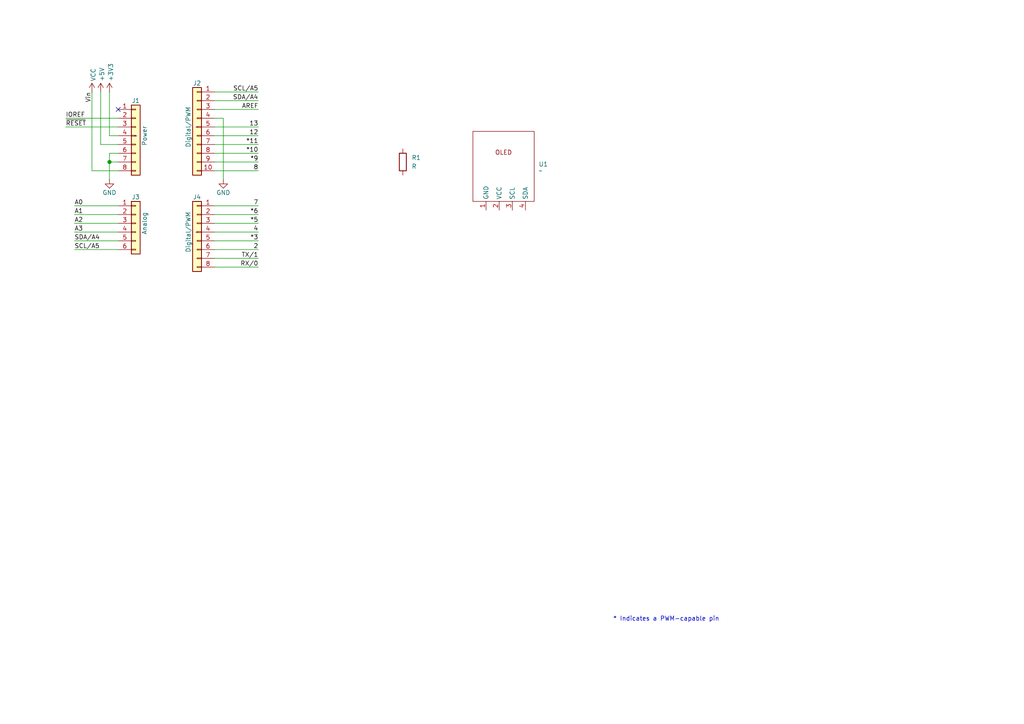
<source format=kicad_sch>
(kicad_sch
	(version 20250114)
	(generator "eeschema")
	(generator_version "9.0")
	(uuid "e63e39d7-6ac0-4ffd-8aa3-1841a4541b55")
	(paper "A4")
	(title_block
		(date "mar. 31 mars 2015")
	)
	(lib_symbols
		(symbol "Connector_Generic:Conn_01x06"
			(pin_names
				(offset 1.016)
				(hide yes)
			)
			(exclude_from_sim no)
			(in_bom yes)
			(on_board yes)
			(property "Reference" "J"
				(at 0 7.62 0)
				(effects
					(font
						(size 1.27 1.27)
					)
				)
			)
			(property "Value" "Conn_01x06"
				(at 0 -10.16 0)
				(effects
					(font
						(size 1.27 1.27)
					)
				)
			)
			(property "Footprint" ""
				(at 0 0 0)
				(effects
					(font
						(size 1.27 1.27)
					)
					(hide yes)
				)
			)
			(property "Datasheet" "~"
				(at 0 0 0)
				(effects
					(font
						(size 1.27 1.27)
					)
					(hide yes)
				)
			)
			(property "Description" "Generic connector, single row, 01x06, script generated (kicad-library-utils/schlib/autogen/connector/)"
				(at 0 0 0)
				(effects
					(font
						(size 1.27 1.27)
					)
					(hide yes)
				)
			)
			(property "ki_keywords" "connector"
				(at 0 0 0)
				(effects
					(font
						(size 1.27 1.27)
					)
					(hide yes)
				)
			)
			(property "ki_fp_filters" "Connector*:*_1x??_*"
				(at 0 0 0)
				(effects
					(font
						(size 1.27 1.27)
					)
					(hide yes)
				)
			)
			(symbol "Conn_01x06_1_1"
				(rectangle
					(start -1.27 6.35)
					(end 1.27 -8.89)
					(stroke
						(width 0.254)
						(type default)
					)
					(fill
						(type background)
					)
				)
				(rectangle
					(start -1.27 5.207)
					(end 0 4.953)
					(stroke
						(width 0.1524)
						(type default)
					)
					(fill
						(type none)
					)
				)
				(rectangle
					(start -1.27 2.667)
					(end 0 2.413)
					(stroke
						(width 0.1524)
						(type default)
					)
					(fill
						(type none)
					)
				)
				(rectangle
					(start -1.27 0.127)
					(end 0 -0.127)
					(stroke
						(width 0.1524)
						(type default)
					)
					(fill
						(type none)
					)
				)
				(rectangle
					(start -1.27 -2.413)
					(end 0 -2.667)
					(stroke
						(width 0.1524)
						(type default)
					)
					(fill
						(type none)
					)
				)
				(rectangle
					(start -1.27 -4.953)
					(end 0 -5.207)
					(stroke
						(width 0.1524)
						(type default)
					)
					(fill
						(type none)
					)
				)
				(rectangle
					(start -1.27 -7.493)
					(end 0 -7.747)
					(stroke
						(width 0.1524)
						(type default)
					)
					(fill
						(type none)
					)
				)
				(pin passive line
					(at -5.08 5.08 0)
					(length 3.81)
					(name "Pin_1"
						(effects
							(font
								(size 1.27 1.27)
							)
						)
					)
					(number "1"
						(effects
							(font
								(size 1.27 1.27)
							)
						)
					)
				)
				(pin passive line
					(at -5.08 2.54 0)
					(length 3.81)
					(name "Pin_2"
						(effects
							(font
								(size 1.27 1.27)
							)
						)
					)
					(number "2"
						(effects
							(font
								(size 1.27 1.27)
							)
						)
					)
				)
				(pin passive line
					(at -5.08 0 0)
					(length 3.81)
					(name "Pin_3"
						(effects
							(font
								(size 1.27 1.27)
							)
						)
					)
					(number "3"
						(effects
							(font
								(size 1.27 1.27)
							)
						)
					)
				)
				(pin passive line
					(at -5.08 -2.54 0)
					(length 3.81)
					(name "Pin_4"
						(effects
							(font
								(size 1.27 1.27)
							)
						)
					)
					(number "4"
						(effects
							(font
								(size 1.27 1.27)
							)
						)
					)
				)
				(pin passive line
					(at -5.08 -5.08 0)
					(length 3.81)
					(name "Pin_5"
						(effects
							(font
								(size 1.27 1.27)
							)
						)
					)
					(number "5"
						(effects
							(font
								(size 1.27 1.27)
							)
						)
					)
				)
				(pin passive line
					(at -5.08 -7.62 0)
					(length 3.81)
					(name "Pin_6"
						(effects
							(font
								(size 1.27 1.27)
							)
						)
					)
					(number "6"
						(effects
							(font
								(size 1.27 1.27)
							)
						)
					)
				)
			)
			(embedded_fonts no)
		)
		(symbol "Connector_Generic:Conn_01x08"
			(pin_names
				(offset 1.016)
				(hide yes)
			)
			(exclude_from_sim no)
			(in_bom yes)
			(on_board yes)
			(property "Reference" "J"
				(at 0 10.16 0)
				(effects
					(font
						(size 1.27 1.27)
					)
				)
			)
			(property "Value" "Conn_01x08"
				(at 0 -12.7 0)
				(effects
					(font
						(size 1.27 1.27)
					)
				)
			)
			(property "Footprint" ""
				(at 0 0 0)
				(effects
					(font
						(size 1.27 1.27)
					)
					(hide yes)
				)
			)
			(property "Datasheet" "~"
				(at 0 0 0)
				(effects
					(font
						(size 1.27 1.27)
					)
					(hide yes)
				)
			)
			(property "Description" "Generic connector, single row, 01x08, script generated (kicad-library-utils/schlib/autogen/connector/)"
				(at 0 0 0)
				(effects
					(font
						(size 1.27 1.27)
					)
					(hide yes)
				)
			)
			(property "ki_keywords" "connector"
				(at 0 0 0)
				(effects
					(font
						(size 1.27 1.27)
					)
					(hide yes)
				)
			)
			(property "ki_fp_filters" "Connector*:*_1x??_*"
				(at 0 0 0)
				(effects
					(font
						(size 1.27 1.27)
					)
					(hide yes)
				)
			)
			(symbol "Conn_01x08_1_1"
				(rectangle
					(start -1.27 8.89)
					(end 1.27 -11.43)
					(stroke
						(width 0.254)
						(type default)
					)
					(fill
						(type background)
					)
				)
				(rectangle
					(start -1.27 7.747)
					(end 0 7.493)
					(stroke
						(width 0.1524)
						(type default)
					)
					(fill
						(type none)
					)
				)
				(rectangle
					(start -1.27 5.207)
					(end 0 4.953)
					(stroke
						(width 0.1524)
						(type default)
					)
					(fill
						(type none)
					)
				)
				(rectangle
					(start -1.27 2.667)
					(end 0 2.413)
					(stroke
						(width 0.1524)
						(type default)
					)
					(fill
						(type none)
					)
				)
				(rectangle
					(start -1.27 0.127)
					(end 0 -0.127)
					(stroke
						(width 0.1524)
						(type default)
					)
					(fill
						(type none)
					)
				)
				(rectangle
					(start -1.27 -2.413)
					(end 0 -2.667)
					(stroke
						(width 0.1524)
						(type default)
					)
					(fill
						(type none)
					)
				)
				(rectangle
					(start -1.27 -4.953)
					(end 0 -5.207)
					(stroke
						(width 0.1524)
						(type default)
					)
					(fill
						(type none)
					)
				)
				(rectangle
					(start -1.27 -7.493)
					(end 0 -7.747)
					(stroke
						(width 0.1524)
						(type default)
					)
					(fill
						(type none)
					)
				)
				(rectangle
					(start -1.27 -10.033)
					(end 0 -10.287)
					(stroke
						(width 0.1524)
						(type default)
					)
					(fill
						(type none)
					)
				)
				(pin passive line
					(at -5.08 7.62 0)
					(length 3.81)
					(name "Pin_1"
						(effects
							(font
								(size 1.27 1.27)
							)
						)
					)
					(number "1"
						(effects
							(font
								(size 1.27 1.27)
							)
						)
					)
				)
				(pin passive line
					(at -5.08 5.08 0)
					(length 3.81)
					(name "Pin_2"
						(effects
							(font
								(size 1.27 1.27)
							)
						)
					)
					(number "2"
						(effects
							(font
								(size 1.27 1.27)
							)
						)
					)
				)
				(pin passive line
					(at -5.08 2.54 0)
					(length 3.81)
					(name "Pin_3"
						(effects
							(font
								(size 1.27 1.27)
							)
						)
					)
					(number "3"
						(effects
							(font
								(size 1.27 1.27)
							)
						)
					)
				)
				(pin passive line
					(at -5.08 0 0)
					(length 3.81)
					(name "Pin_4"
						(effects
							(font
								(size 1.27 1.27)
							)
						)
					)
					(number "4"
						(effects
							(font
								(size 1.27 1.27)
							)
						)
					)
				)
				(pin passive line
					(at -5.08 -2.54 0)
					(length 3.81)
					(name "Pin_5"
						(effects
							(font
								(size 1.27 1.27)
							)
						)
					)
					(number "5"
						(effects
							(font
								(size 1.27 1.27)
							)
						)
					)
				)
				(pin passive line
					(at -5.08 -5.08 0)
					(length 3.81)
					(name "Pin_6"
						(effects
							(font
								(size 1.27 1.27)
							)
						)
					)
					(number "6"
						(effects
							(font
								(size 1.27 1.27)
							)
						)
					)
				)
				(pin passive line
					(at -5.08 -7.62 0)
					(length 3.81)
					(name "Pin_7"
						(effects
							(font
								(size 1.27 1.27)
							)
						)
					)
					(number "7"
						(effects
							(font
								(size 1.27 1.27)
							)
						)
					)
				)
				(pin passive line
					(at -5.08 -10.16 0)
					(length 3.81)
					(name "Pin_8"
						(effects
							(font
								(size 1.27 1.27)
							)
						)
					)
					(number "8"
						(effects
							(font
								(size 1.27 1.27)
							)
						)
					)
				)
			)
			(embedded_fonts no)
		)
		(symbol "Connector_Generic:Conn_01x10"
			(pin_names
				(offset 1.016)
				(hide yes)
			)
			(exclude_from_sim no)
			(in_bom yes)
			(on_board yes)
			(property "Reference" "J"
				(at 0 12.7 0)
				(effects
					(font
						(size 1.27 1.27)
					)
				)
			)
			(property "Value" "Conn_01x10"
				(at 0 -15.24 0)
				(effects
					(font
						(size 1.27 1.27)
					)
				)
			)
			(property "Footprint" ""
				(at 0 0 0)
				(effects
					(font
						(size 1.27 1.27)
					)
					(hide yes)
				)
			)
			(property "Datasheet" "~"
				(at 0 0 0)
				(effects
					(font
						(size 1.27 1.27)
					)
					(hide yes)
				)
			)
			(property "Description" "Generic connector, single row, 01x10, script generated (kicad-library-utils/schlib/autogen/connector/)"
				(at 0 0 0)
				(effects
					(font
						(size 1.27 1.27)
					)
					(hide yes)
				)
			)
			(property "ki_keywords" "connector"
				(at 0 0 0)
				(effects
					(font
						(size 1.27 1.27)
					)
					(hide yes)
				)
			)
			(property "ki_fp_filters" "Connector*:*_1x??_*"
				(at 0 0 0)
				(effects
					(font
						(size 1.27 1.27)
					)
					(hide yes)
				)
			)
			(symbol "Conn_01x10_1_1"
				(rectangle
					(start -1.27 11.43)
					(end 1.27 -13.97)
					(stroke
						(width 0.254)
						(type default)
					)
					(fill
						(type background)
					)
				)
				(rectangle
					(start -1.27 10.287)
					(end 0 10.033)
					(stroke
						(width 0.1524)
						(type default)
					)
					(fill
						(type none)
					)
				)
				(rectangle
					(start -1.27 7.747)
					(end 0 7.493)
					(stroke
						(width 0.1524)
						(type default)
					)
					(fill
						(type none)
					)
				)
				(rectangle
					(start -1.27 5.207)
					(end 0 4.953)
					(stroke
						(width 0.1524)
						(type default)
					)
					(fill
						(type none)
					)
				)
				(rectangle
					(start -1.27 2.667)
					(end 0 2.413)
					(stroke
						(width 0.1524)
						(type default)
					)
					(fill
						(type none)
					)
				)
				(rectangle
					(start -1.27 0.127)
					(end 0 -0.127)
					(stroke
						(width 0.1524)
						(type default)
					)
					(fill
						(type none)
					)
				)
				(rectangle
					(start -1.27 -2.413)
					(end 0 -2.667)
					(stroke
						(width 0.1524)
						(type default)
					)
					(fill
						(type none)
					)
				)
				(rectangle
					(start -1.27 -4.953)
					(end 0 -5.207)
					(stroke
						(width 0.1524)
						(type default)
					)
					(fill
						(type none)
					)
				)
				(rectangle
					(start -1.27 -7.493)
					(end 0 -7.747)
					(stroke
						(width 0.1524)
						(type default)
					)
					(fill
						(type none)
					)
				)
				(rectangle
					(start -1.27 -10.033)
					(end 0 -10.287)
					(stroke
						(width 0.1524)
						(type default)
					)
					(fill
						(type none)
					)
				)
				(rectangle
					(start -1.27 -12.573)
					(end 0 -12.827)
					(stroke
						(width 0.1524)
						(type default)
					)
					(fill
						(type none)
					)
				)
				(pin passive line
					(at -5.08 10.16 0)
					(length 3.81)
					(name "Pin_1"
						(effects
							(font
								(size 1.27 1.27)
							)
						)
					)
					(number "1"
						(effects
							(font
								(size 1.27 1.27)
							)
						)
					)
				)
				(pin passive line
					(at -5.08 7.62 0)
					(length 3.81)
					(name "Pin_2"
						(effects
							(font
								(size 1.27 1.27)
							)
						)
					)
					(number "2"
						(effects
							(font
								(size 1.27 1.27)
							)
						)
					)
				)
				(pin passive line
					(at -5.08 5.08 0)
					(length 3.81)
					(name "Pin_3"
						(effects
							(font
								(size 1.27 1.27)
							)
						)
					)
					(number "3"
						(effects
							(font
								(size 1.27 1.27)
							)
						)
					)
				)
				(pin passive line
					(at -5.08 2.54 0)
					(length 3.81)
					(name "Pin_4"
						(effects
							(font
								(size 1.27 1.27)
							)
						)
					)
					(number "4"
						(effects
							(font
								(size 1.27 1.27)
							)
						)
					)
				)
				(pin passive line
					(at -5.08 0 0)
					(length 3.81)
					(name "Pin_5"
						(effects
							(font
								(size 1.27 1.27)
							)
						)
					)
					(number "5"
						(effects
							(font
								(size 1.27 1.27)
							)
						)
					)
				)
				(pin passive line
					(at -5.08 -2.54 0)
					(length 3.81)
					(name "Pin_6"
						(effects
							(font
								(size 1.27 1.27)
							)
						)
					)
					(number "6"
						(effects
							(font
								(size 1.27 1.27)
							)
						)
					)
				)
				(pin passive line
					(at -5.08 -5.08 0)
					(length 3.81)
					(name "Pin_7"
						(effects
							(font
								(size 1.27 1.27)
							)
						)
					)
					(number "7"
						(effects
							(font
								(size 1.27 1.27)
							)
						)
					)
				)
				(pin passive line
					(at -5.08 -7.62 0)
					(length 3.81)
					(name "Pin_8"
						(effects
							(font
								(size 1.27 1.27)
							)
						)
					)
					(number "8"
						(effects
							(font
								(size 1.27 1.27)
							)
						)
					)
				)
				(pin passive line
					(at -5.08 -10.16 0)
					(length 3.81)
					(name "Pin_9"
						(effects
							(font
								(size 1.27 1.27)
							)
						)
					)
					(number "9"
						(effects
							(font
								(size 1.27 1.27)
							)
						)
					)
				)
				(pin passive line
					(at -5.08 -12.7 0)
					(length 3.81)
					(name "Pin_10"
						(effects
							(font
								(size 1.27 1.27)
							)
						)
					)
					(number "10"
						(effects
							(font
								(size 1.27 1.27)
							)
						)
					)
				)
			)
			(embedded_fonts no)
		)
		(symbol "Device:R"
			(pin_numbers
				(hide yes)
			)
			(pin_names
				(offset 0)
			)
			(exclude_from_sim no)
			(in_bom yes)
			(on_board yes)
			(property "Reference" "R"
				(at 2.032 0 90)
				(effects
					(font
						(size 1.27 1.27)
					)
				)
			)
			(property "Value" "R"
				(at 0 0 90)
				(effects
					(font
						(size 1.27 1.27)
					)
				)
			)
			(property "Footprint" ""
				(at -1.778 0 90)
				(effects
					(font
						(size 1.27 1.27)
					)
					(hide yes)
				)
			)
			(property "Datasheet" "~"
				(at 0 0 0)
				(effects
					(font
						(size 1.27 1.27)
					)
					(hide yes)
				)
			)
			(property "Description" "Resistor"
				(at 0 0 0)
				(effects
					(font
						(size 1.27 1.27)
					)
					(hide yes)
				)
			)
			(property "ki_keywords" "R res resistor"
				(at 0 0 0)
				(effects
					(font
						(size 1.27 1.27)
					)
					(hide yes)
				)
			)
			(property "ki_fp_filters" "R_*"
				(at 0 0 0)
				(effects
					(font
						(size 1.27 1.27)
					)
					(hide yes)
				)
			)
			(symbol "R_0_1"
				(rectangle
					(start -1.016 -2.54)
					(end 1.016 2.54)
					(stroke
						(width 0.254)
						(type default)
					)
					(fill
						(type none)
					)
				)
			)
			(symbol "R_1_1"
				(pin passive line
					(at 0 3.81 270)
					(length 1.27)
					(name "~"
						(effects
							(font
								(size 1.27 1.27)
							)
						)
					)
					(number "1"
						(effects
							(font
								(size 1.27 1.27)
							)
						)
					)
				)
				(pin passive line
					(at 0 -3.81 90)
					(length 1.27)
					(name "~"
						(effects
							(font
								(size 1.27 1.27)
							)
						)
					)
					(number "2"
						(effects
							(font
								(size 1.27 1.27)
							)
						)
					)
				)
			)
			(embedded_fonts no)
		)
		(symbol "MaLibGraphite:OLED_"
			(exclude_from_sim no)
			(in_bom yes)
			(on_board yes)
			(property "Reference" "U"
				(at 0 0 0)
				(effects
					(font
						(size 1.27 1.27)
					)
				)
			)
			(property "Value" ""
				(at 0 0 0)
				(effects
					(font
						(size 1.27 1.27)
					)
				)
			)
			(property "Footprint" ""
				(at 0 0 0)
				(effects
					(font
						(size 1.27 1.27)
					)
					(hide yes)
				)
			)
			(property "Datasheet" ""
				(at 0 0 0)
				(effects
					(font
						(size 1.27 1.27)
					)
					(hide yes)
				)
			)
			(property "Description" ""
				(at 0 0 0)
				(effects
					(font
						(size 1.27 1.27)
					)
					(hide yes)
				)
			)
			(symbol "OLED__0_1"
				(rectangle
					(start -8.89 13.97)
					(end 8.89 -6.35)
					(stroke
						(width 0)
						(type default)
					)
					(fill
						(type none)
					)
				)
			)
			(symbol "OLED__1_1"
				(text "OLED"
					(at 0 7.874 0)
					(effects
						(font
							(size 1.27 1.27)
						)
					)
				)
				(pin input line
					(at -5.08 -8.89 90)
					(length 2.54)
					(name "GND"
						(effects
							(font
								(size 1.27 1.27)
							)
						)
					)
					(number "1"
						(effects
							(font
								(size 1.27 1.27)
							)
						)
					)
				)
				(pin input line
					(at -1.27 -8.89 90)
					(length 2.54)
					(name "VCC"
						(effects
							(font
								(size 1.27 1.27)
							)
						)
					)
					(number "2"
						(effects
							(font
								(size 1.27 1.27)
							)
						)
					)
				)
				(pin input line
					(at 2.54 -8.89 90)
					(length 2.54)
					(name "SCL"
						(effects
							(font
								(size 1.27 1.27)
							)
						)
					)
					(number "3"
						(effects
							(font
								(size 1.27 1.27)
							)
						)
					)
				)
				(pin input line
					(at 6.35 -8.89 90)
					(length 2.54)
					(name "SDA"
						(effects
							(font
								(size 1.27 1.27)
							)
						)
					)
					(number "4"
						(effects
							(font
								(size 1.27 1.27)
							)
						)
					)
				)
			)
			(embedded_fonts no)
		)
		(symbol "power:+3V3"
			(power)
			(pin_numbers
				(hide yes)
			)
			(pin_names
				(offset 0)
				(hide yes)
			)
			(exclude_from_sim no)
			(in_bom yes)
			(on_board yes)
			(property "Reference" "#PWR"
				(at 0 -3.81 0)
				(effects
					(font
						(size 1.27 1.27)
					)
					(hide yes)
				)
			)
			(property "Value" "+3V3"
				(at 0 3.556 0)
				(effects
					(font
						(size 1.27 1.27)
					)
				)
			)
			(property "Footprint" ""
				(at 0 0 0)
				(effects
					(font
						(size 1.27 1.27)
					)
					(hide yes)
				)
			)
			(property "Datasheet" ""
				(at 0 0 0)
				(effects
					(font
						(size 1.27 1.27)
					)
					(hide yes)
				)
			)
			(property "Description" "Power symbol creates a global label with name \"+3V3\""
				(at 0 0 0)
				(effects
					(font
						(size 1.27 1.27)
					)
					(hide yes)
				)
			)
			(property "ki_keywords" "global power"
				(at 0 0 0)
				(effects
					(font
						(size 1.27 1.27)
					)
					(hide yes)
				)
			)
			(symbol "+3V3_0_1"
				(polyline
					(pts
						(xy -0.762 1.27) (xy 0 2.54)
					)
					(stroke
						(width 0)
						(type default)
					)
					(fill
						(type none)
					)
				)
				(polyline
					(pts
						(xy 0 2.54) (xy 0.762 1.27)
					)
					(stroke
						(width 0)
						(type default)
					)
					(fill
						(type none)
					)
				)
				(polyline
					(pts
						(xy 0 0) (xy 0 2.54)
					)
					(stroke
						(width 0)
						(type default)
					)
					(fill
						(type none)
					)
				)
			)
			(symbol "+3V3_1_1"
				(pin power_in line
					(at 0 0 90)
					(length 0)
					(name "~"
						(effects
							(font
								(size 1.27 1.27)
							)
						)
					)
					(number "1"
						(effects
							(font
								(size 1.27 1.27)
							)
						)
					)
				)
			)
			(embedded_fonts no)
		)
		(symbol "power:+5V"
			(power)
			(pin_numbers
				(hide yes)
			)
			(pin_names
				(offset 0)
				(hide yes)
			)
			(exclude_from_sim no)
			(in_bom yes)
			(on_board yes)
			(property "Reference" "#PWR"
				(at 0 -3.81 0)
				(effects
					(font
						(size 1.27 1.27)
					)
					(hide yes)
				)
			)
			(property "Value" "+5V"
				(at 0 3.556 0)
				(effects
					(font
						(size 1.27 1.27)
					)
				)
			)
			(property "Footprint" ""
				(at 0 0 0)
				(effects
					(font
						(size 1.27 1.27)
					)
					(hide yes)
				)
			)
			(property "Datasheet" ""
				(at 0 0 0)
				(effects
					(font
						(size 1.27 1.27)
					)
					(hide yes)
				)
			)
			(property "Description" "Power symbol creates a global label with name \"+5V\""
				(at 0 0 0)
				(effects
					(font
						(size 1.27 1.27)
					)
					(hide yes)
				)
			)
			(property "ki_keywords" "global power"
				(at 0 0 0)
				(effects
					(font
						(size 1.27 1.27)
					)
					(hide yes)
				)
			)
			(symbol "+5V_0_1"
				(polyline
					(pts
						(xy -0.762 1.27) (xy 0 2.54)
					)
					(stroke
						(width 0)
						(type default)
					)
					(fill
						(type none)
					)
				)
				(polyline
					(pts
						(xy 0 2.54) (xy 0.762 1.27)
					)
					(stroke
						(width 0)
						(type default)
					)
					(fill
						(type none)
					)
				)
				(polyline
					(pts
						(xy 0 0) (xy 0 2.54)
					)
					(stroke
						(width 0)
						(type default)
					)
					(fill
						(type none)
					)
				)
			)
			(symbol "+5V_1_1"
				(pin power_in line
					(at 0 0 90)
					(length 0)
					(name "~"
						(effects
							(font
								(size 1.27 1.27)
							)
						)
					)
					(number "1"
						(effects
							(font
								(size 1.27 1.27)
							)
						)
					)
				)
			)
			(embedded_fonts no)
		)
		(symbol "power:GND"
			(power)
			(pin_numbers
				(hide yes)
			)
			(pin_names
				(offset 0)
				(hide yes)
			)
			(exclude_from_sim no)
			(in_bom yes)
			(on_board yes)
			(property "Reference" "#PWR"
				(at 0 -6.35 0)
				(effects
					(font
						(size 1.27 1.27)
					)
					(hide yes)
				)
			)
			(property "Value" "GND"
				(at 0 -3.81 0)
				(effects
					(font
						(size 1.27 1.27)
					)
				)
			)
			(property "Footprint" ""
				(at 0 0 0)
				(effects
					(font
						(size 1.27 1.27)
					)
					(hide yes)
				)
			)
			(property "Datasheet" ""
				(at 0 0 0)
				(effects
					(font
						(size 1.27 1.27)
					)
					(hide yes)
				)
			)
			(property "Description" "Power symbol creates a global label with name \"GND\" , ground"
				(at 0 0 0)
				(effects
					(font
						(size 1.27 1.27)
					)
					(hide yes)
				)
			)
			(property "ki_keywords" "global power"
				(at 0 0 0)
				(effects
					(font
						(size 1.27 1.27)
					)
					(hide yes)
				)
			)
			(symbol "GND_0_1"
				(polyline
					(pts
						(xy 0 0) (xy 0 -1.27) (xy 1.27 -1.27) (xy 0 -2.54) (xy -1.27 -1.27) (xy 0 -1.27)
					)
					(stroke
						(width 0)
						(type default)
					)
					(fill
						(type none)
					)
				)
			)
			(symbol "GND_1_1"
				(pin power_in line
					(at 0 0 270)
					(length 0)
					(name "~"
						(effects
							(font
								(size 1.27 1.27)
							)
						)
					)
					(number "1"
						(effects
							(font
								(size 1.27 1.27)
							)
						)
					)
				)
			)
			(embedded_fonts no)
		)
		(symbol "power:VCC"
			(power)
			(pin_numbers
				(hide yes)
			)
			(pin_names
				(offset 0)
				(hide yes)
			)
			(exclude_from_sim no)
			(in_bom yes)
			(on_board yes)
			(property "Reference" "#PWR"
				(at 0 -3.81 0)
				(effects
					(font
						(size 1.27 1.27)
					)
					(hide yes)
				)
			)
			(property "Value" "VCC"
				(at 0 3.556 0)
				(effects
					(font
						(size 1.27 1.27)
					)
				)
			)
			(property "Footprint" ""
				(at 0 0 0)
				(effects
					(font
						(size 1.27 1.27)
					)
					(hide yes)
				)
			)
			(property "Datasheet" ""
				(at 0 0 0)
				(effects
					(font
						(size 1.27 1.27)
					)
					(hide yes)
				)
			)
			(property "Description" "Power symbol creates a global label with name \"VCC\""
				(at 0 0 0)
				(effects
					(font
						(size 1.27 1.27)
					)
					(hide yes)
				)
			)
			(property "ki_keywords" "global power"
				(at 0 0 0)
				(effects
					(font
						(size 1.27 1.27)
					)
					(hide yes)
				)
			)
			(symbol "VCC_0_1"
				(polyline
					(pts
						(xy -0.762 1.27) (xy 0 2.54)
					)
					(stroke
						(width 0)
						(type default)
					)
					(fill
						(type none)
					)
				)
				(polyline
					(pts
						(xy 0 2.54) (xy 0.762 1.27)
					)
					(stroke
						(width 0)
						(type default)
					)
					(fill
						(type none)
					)
				)
				(polyline
					(pts
						(xy 0 0) (xy 0 2.54)
					)
					(stroke
						(width 0)
						(type default)
					)
					(fill
						(type none)
					)
				)
			)
			(symbol "VCC_1_1"
				(pin power_in line
					(at 0 0 90)
					(length 0)
					(name "~"
						(effects
							(font
								(size 1.27 1.27)
							)
						)
					)
					(number "1"
						(effects
							(font
								(size 1.27 1.27)
							)
						)
					)
				)
			)
			(embedded_fonts no)
		)
	)
	(text "* Indicates a PWM-capable pin"
		(exclude_from_sim no)
		(at 177.8 180.34 0)
		(effects
			(font
				(size 1.27 1.27)
			)
			(justify left bottom)
		)
		(uuid "c364973a-9a67-4667-8185-a3a5c6c6cbdf")
	)
	(junction
		(at 31.75 46.99)
		(diameter 1.016)
		(color 0 0 0 0)
		(uuid "3dcc657b-55a1-48e0-9667-e01e7b6b08b5")
	)
	(no_connect
		(at 34.29 31.75)
		(uuid "d181157c-7812-47e5-a0cf-9580c905fc86")
	)
	(wire
		(pts
			(xy 62.23 77.47) (xy 74.93 77.47)
		)
		(stroke
			(width 0)
			(type solid)
		)
		(uuid "010ba307-2067-49d3-b0fa-6414143f3fc2")
	)
	(wire
		(pts
			(xy 62.23 44.45) (xy 74.93 44.45)
		)
		(stroke
			(width 0)
			(type solid)
		)
		(uuid "09480ba4-37da-45e3-b9fe-6beebf876349")
	)
	(wire
		(pts
			(xy 62.23 26.67) (xy 74.93 26.67)
		)
		(stroke
			(width 0)
			(type solid)
		)
		(uuid "0f5d2189-4ead-42fa-8f7a-cfa3af4de132")
	)
	(wire
		(pts
			(xy 31.75 44.45) (xy 31.75 46.99)
		)
		(stroke
			(width 0)
			(type solid)
		)
		(uuid "1c31b835-925f-4a5c-92df-8f2558bb711b")
	)
	(wire
		(pts
			(xy 21.59 72.39) (xy 34.29 72.39)
		)
		(stroke
			(width 0)
			(type solid)
		)
		(uuid "20854542-d0b0-4be7-af02-0e5fceb34e01")
	)
	(wire
		(pts
			(xy 31.75 46.99) (xy 31.75 52.07)
		)
		(stroke
			(width 0)
			(type solid)
		)
		(uuid "2df788b2-ce68-49bc-a497-4b6570a17f30")
	)
	(wire
		(pts
			(xy 31.75 39.37) (xy 34.29 39.37)
		)
		(stroke
			(width 0)
			(type solid)
		)
		(uuid "3334b11d-5a13-40b4-a117-d693c543e4ab")
	)
	(wire
		(pts
			(xy 29.21 41.91) (xy 34.29 41.91)
		)
		(stroke
			(width 0)
			(type solid)
		)
		(uuid "3661f80c-fef8-4441-83be-df8930b3b45e")
	)
	(wire
		(pts
			(xy 29.21 26.67) (xy 29.21 41.91)
		)
		(stroke
			(width 0)
			(type solid)
		)
		(uuid "392bf1f6-bf67-427d-8d4c-0a87cb757556")
	)
	(wire
		(pts
			(xy 62.23 36.83) (xy 74.93 36.83)
		)
		(stroke
			(width 0)
			(type solid)
		)
		(uuid "4227fa6f-c399-4f14-8228-23e39d2b7e7d")
	)
	(wire
		(pts
			(xy 31.75 26.67) (xy 31.75 39.37)
		)
		(stroke
			(width 0)
			(type solid)
		)
		(uuid "442fb4de-4d55-45de-bc27-3e6222ceb890")
	)
	(wire
		(pts
			(xy 62.23 59.69) (xy 74.93 59.69)
		)
		(stroke
			(width 0)
			(type solid)
		)
		(uuid "4455ee2e-5642-42c1-a83b-f7e65fa0c2f1")
	)
	(wire
		(pts
			(xy 34.29 59.69) (xy 21.59 59.69)
		)
		(stroke
			(width 0)
			(type solid)
		)
		(uuid "486ca832-85f4-4989-b0f4-569faf9be534")
	)
	(wire
		(pts
			(xy 62.23 39.37) (xy 74.93 39.37)
		)
		(stroke
			(width 0)
			(type solid)
		)
		(uuid "4a910b57-a5cd-4105-ab4f-bde2a80d4f00")
	)
	(wire
		(pts
			(xy 62.23 62.23) (xy 74.93 62.23)
		)
		(stroke
			(width 0)
			(type solid)
		)
		(uuid "4e60e1af-19bd-45a0-b418-b7030b594dde")
	)
	(wire
		(pts
			(xy 62.23 46.99) (xy 74.93 46.99)
		)
		(stroke
			(width 0)
			(type solid)
		)
		(uuid "63f2b71b-521b-4210-bf06-ed65e330fccc")
	)
	(wire
		(pts
			(xy 62.23 67.31) (xy 74.93 67.31)
		)
		(stroke
			(width 0)
			(type solid)
		)
		(uuid "6bb3ea5f-9e60-4add-9d97-244be2cf61d2")
	)
	(wire
		(pts
			(xy 19.05 34.29) (xy 34.29 34.29)
		)
		(stroke
			(width 0)
			(type solid)
		)
		(uuid "73d4774c-1387-4550-b580-a1cc0ac89b89")
	)
	(wire
		(pts
			(xy 64.77 34.29) (xy 64.77 52.07)
		)
		(stroke
			(width 0)
			(type solid)
		)
		(uuid "84ce350c-b0c1-4e69-9ab2-f7ec7b8bb312")
	)
	(wire
		(pts
			(xy 62.23 31.75) (xy 74.93 31.75)
		)
		(stroke
			(width 0)
			(type solid)
		)
		(uuid "8a3d35a2-f0f6-4dec-a606-7c8e288ca828")
	)
	(wire
		(pts
			(xy 34.29 64.77) (xy 21.59 64.77)
		)
		(stroke
			(width 0)
			(type solid)
		)
		(uuid "9377eb1a-3b12-438c-8ebd-f86ace1e8d25")
	)
	(wire
		(pts
			(xy 19.05 36.83) (xy 34.29 36.83)
		)
		(stroke
			(width 0)
			(type solid)
		)
		(uuid "93e52853-9d1e-4afe-aee8-b825ab9f5d09")
	)
	(wire
		(pts
			(xy 34.29 46.99) (xy 31.75 46.99)
		)
		(stroke
			(width 0)
			(type solid)
		)
		(uuid "97df9ac9-dbb8-472e-b84f-3684d0eb5efc")
	)
	(wire
		(pts
			(xy 34.29 49.53) (xy 26.67 49.53)
		)
		(stroke
			(width 0)
			(type solid)
		)
		(uuid "a7518f9d-05df-4211-ba17-5d615f04ec46")
	)
	(wire
		(pts
			(xy 21.59 62.23) (xy 34.29 62.23)
		)
		(stroke
			(width 0)
			(type solid)
		)
		(uuid "aab97e46-23d6-4cbf-8684-537b94306d68")
	)
	(wire
		(pts
			(xy 62.23 34.29) (xy 64.77 34.29)
		)
		(stroke
			(width 0)
			(type solid)
		)
		(uuid "bcbc7302-8a54-4b9b-98b9-f277f1b20941")
	)
	(wire
		(pts
			(xy 34.29 44.45) (xy 31.75 44.45)
		)
		(stroke
			(width 0)
			(type solid)
		)
		(uuid "c12796ad-cf20-466f-9ab3-9cf441392c32")
	)
	(wire
		(pts
			(xy 62.23 41.91) (xy 74.93 41.91)
		)
		(stroke
			(width 0)
			(type solid)
		)
		(uuid "c722a1ff-12f1-49e5-88a4-44ffeb509ca2")
	)
	(wire
		(pts
			(xy 62.23 64.77) (xy 74.93 64.77)
		)
		(stroke
			(width 0)
			(type solid)
		)
		(uuid "cfe99980-2d98-4372-b495-04c53027340b")
	)
	(wire
		(pts
			(xy 21.59 67.31) (xy 34.29 67.31)
		)
		(stroke
			(width 0)
			(type solid)
		)
		(uuid "d3042136-2605-44b2-aebb-5484a9c90933")
	)
	(wire
		(pts
			(xy 62.23 29.21) (xy 74.93 29.21)
		)
		(stroke
			(width 0)
			(type solid)
		)
		(uuid "e7278977-132b-4777-9eb4-7d93363a4379")
	)
	(wire
		(pts
			(xy 62.23 72.39) (xy 74.93 72.39)
		)
		(stroke
			(width 0)
			(type solid)
		)
		(uuid "e9bdd59b-3252-4c44-a357-6fa1af0c210c")
	)
	(wire
		(pts
			(xy 62.23 69.85) (xy 74.93 69.85)
		)
		(stroke
			(width 0)
			(type solid)
		)
		(uuid "ec76dcc9-9949-4dda-bd76-046204829cb4")
	)
	(wire
		(pts
			(xy 62.23 74.93) (xy 74.93 74.93)
		)
		(stroke
			(width 0)
			(type solid)
		)
		(uuid "f853d1d4-c722-44df-98bf-4a6114204628")
	)
	(wire
		(pts
			(xy 26.67 49.53) (xy 26.67 26.67)
		)
		(stroke
			(width 0)
			(type solid)
		)
		(uuid "f8de70cd-e47d-4e80-8f3a-077e9df93aa8")
	)
	(wire
		(pts
			(xy 34.29 69.85) (xy 21.59 69.85)
		)
		(stroke
			(width 0)
			(type solid)
		)
		(uuid "fc39c32d-65b8-4d16-9db5-de89c54a1206")
	)
	(wire
		(pts
			(xy 62.23 49.53) (xy 74.93 49.53)
		)
		(stroke
			(width 0)
			(type solid)
		)
		(uuid "fe837306-92d0-4847-ad21-76c47ae932d1")
	)
	(label "RX{slash}0"
		(at 74.93 77.47 180)
		(effects
			(font
				(size 1.27 1.27)
			)
			(justify right bottom)
		)
		(uuid "01ea9310-cf66-436b-9b89-1a2f4237b59e")
	)
	(label "A2"
		(at 21.59 64.77 0)
		(effects
			(font
				(size 1.27 1.27)
			)
			(justify left bottom)
		)
		(uuid "09251fd4-af37-4d86-8951-1faaac710ffa")
	)
	(label "4"
		(at 74.93 67.31 180)
		(effects
			(font
				(size 1.27 1.27)
			)
			(justify right bottom)
		)
		(uuid "0d8cfe6d-11bf-42b9-9752-f9a5a76bce7e")
	)
	(label "2"
		(at 74.93 72.39 180)
		(effects
			(font
				(size 1.27 1.27)
			)
			(justify right bottom)
		)
		(uuid "23f0c933-49f0-4410-a8db-8b017f48dadc")
	)
	(label "A3"
		(at 21.59 67.31 0)
		(effects
			(font
				(size 1.27 1.27)
			)
			(justify left bottom)
		)
		(uuid "2c60ab74-0590-423b-8921-6f3212a358d2")
	)
	(label "13"
		(at 74.93 36.83 180)
		(effects
			(font
				(size 1.27 1.27)
			)
			(justify right bottom)
		)
		(uuid "35bc5b35-b7b2-44d5-bbed-557f428649b2")
	)
	(label "12"
		(at 74.93 39.37 180)
		(effects
			(font
				(size 1.27 1.27)
			)
			(justify right bottom)
		)
		(uuid "3ffaa3b1-1d78-4c7b-bdf9-f1a8019c92fd")
	)
	(label "~{RESET}"
		(at 19.05 36.83 0)
		(effects
			(font
				(size 1.27 1.27)
			)
			(justify left bottom)
		)
		(uuid "49585dba-cfa7-4813-841e-9d900d43ecf4")
	)
	(label "*10"
		(at 74.93 44.45 180)
		(effects
			(font
				(size 1.27 1.27)
			)
			(justify right bottom)
		)
		(uuid "54be04e4-fffa-4f7f-8a5f-d0de81314e8f")
	)
	(label "7"
		(at 74.93 59.69 180)
		(effects
			(font
				(size 1.27 1.27)
			)
			(justify right bottom)
		)
		(uuid "873d2c88-519e-482f-a3ed-2484e5f9417e")
	)
	(label "SDA{slash}A4"
		(at 74.93 29.21 180)
		(effects
			(font
				(size 1.27 1.27)
			)
			(justify right bottom)
		)
		(uuid "8885a9dc-224d-44c5-8601-05c1d9983e09")
	)
	(label "8"
		(at 74.93 49.53 180)
		(effects
			(font
				(size 1.27 1.27)
			)
			(justify right bottom)
		)
		(uuid "89b0e564-e7aa-4224-80c9-3f0614fede8f")
	)
	(label "*11"
		(at 74.93 41.91 180)
		(effects
			(font
				(size 1.27 1.27)
			)
			(justify right bottom)
		)
		(uuid "9ad5a781-2469-4c8f-8abf-a1c3586f7cb7")
	)
	(label "*3"
		(at 74.93 69.85 180)
		(effects
			(font
				(size 1.27 1.27)
			)
			(justify right bottom)
		)
		(uuid "9cccf5f9-68a4-4e61-b418-6185dd6a5f9a")
	)
	(label "A1"
		(at 21.59 62.23 0)
		(effects
			(font
				(size 1.27 1.27)
			)
			(justify left bottom)
		)
		(uuid "acc9991b-1bdd-4544-9a08-4037937485cb")
	)
	(label "TX{slash}1"
		(at 74.93 74.93 180)
		(effects
			(font
				(size 1.27 1.27)
			)
			(justify right bottom)
		)
		(uuid "ae2c9582-b445-44bd-b371-7fc74f6cf852")
	)
	(label "A0"
		(at 21.59 59.69 0)
		(effects
			(font
				(size 1.27 1.27)
			)
			(justify left bottom)
		)
		(uuid "ba02dc27-26a3-4648-b0aa-06b6dcaf001f")
	)
	(label "AREF"
		(at 74.93 31.75 180)
		(effects
			(font
				(size 1.27 1.27)
			)
			(justify right bottom)
		)
		(uuid "bbf52cf8-6d97-4499-a9ee-3657cebcdabf")
	)
	(label "Vin"
		(at 26.67 26.67 270)
		(effects
			(font
				(size 1.27 1.27)
			)
			(justify right bottom)
		)
		(uuid "c348793d-eec0-4f33-9b91-2cae8b4224a4")
	)
	(label "*6"
		(at 74.93 62.23 180)
		(effects
			(font
				(size 1.27 1.27)
			)
			(justify right bottom)
		)
		(uuid "c775d4e8-c37b-4e73-90c1-1c8d36333aac")
	)
	(label "SCL{slash}A5"
		(at 74.93 26.67 180)
		(effects
			(font
				(size 1.27 1.27)
			)
			(justify right bottom)
		)
		(uuid "cba886fc-172a-42fe-8e4c-daace6eaef8e")
	)
	(label "*9"
		(at 74.93 46.99 180)
		(effects
			(font
				(size 1.27 1.27)
			)
			(justify right bottom)
		)
		(uuid "ccb58899-a82d-403c-b30b-ee351d622e9c")
	)
	(label "*5"
		(at 74.93 64.77 180)
		(effects
			(font
				(size 1.27 1.27)
			)
			(justify right bottom)
		)
		(uuid "d9a65242-9c26-45cd-9a55-3e69f0d77784")
	)
	(label "IOREF"
		(at 19.05 34.29 0)
		(effects
			(font
				(size 1.27 1.27)
			)
			(justify left bottom)
		)
		(uuid "de819ae4-b245-474b-a426-865ba877b8a2")
	)
	(label "SDA{slash}A4"
		(at 21.59 69.85 0)
		(effects
			(font
				(size 1.27 1.27)
			)
			(justify left bottom)
		)
		(uuid "e7ce99b8-ca22-4c56-9e55-39d32c709f3c")
	)
	(label "SCL{slash}A5"
		(at 21.59 72.39 0)
		(effects
			(font
				(size 1.27 1.27)
			)
			(justify left bottom)
		)
		(uuid "ea5aa60b-a25e-41a1-9e06-c7b6f957567f")
	)
	(symbol
		(lib_id "Connector_Generic:Conn_01x08")
		(at 39.37 39.37 0)
		(unit 1)
		(exclude_from_sim no)
		(in_bom yes)
		(on_board yes)
		(dnp no)
		(uuid "00000000-0000-0000-0000-000056d71773")
		(property "Reference" "J1"
			(at 39.37 29.21 0)
			(effects
				(font
					(size 1.27 1.27)
				)
			)
		)
		(property "Value" "Power"
			(at 41.91 39.37 90)
			(effects
				(font
					(size 1.27 1.27)
				)
			)
		)
		(property "Footprint" "Connector_PinSocket_2.54mm:PinSocket_1x08_P2.54mm_Vertical"
			(at 39.37 39.37 0)
			(effects
				(font
					(size 1.27 1.27)
				)
				(hide yes)
			)
		)
		(property "Datasheet" "~"
			(at 39.37 39.37 0)
			(effects
				(font
					(size 1.27 1.27)
				)
			)
		)
		(property "Description" "Generic connector, single row, 01x08, script generated (kicad-library-utils/schlib/autogen/connector/)"
			(at 39.37 39.37 0)
			(effects
				(font
					(size 1.27 1.27)
				)
				(hide yes)
			)
		)
		(pin "1"
			(uuid "d4c02b7e-3be7-4193-a989-fb40130f3319")
		)
		(pin "2"
			(uuid "1d9f20f8-8d42-4e3d-aece-4c12cc80d0d3")
		)
		(pin "3"
			(uuid "4801b550-c773-45a3-9bc6-15a3e9341f08")
		)
		(pin "4"
			(uuid "fbe5a73e-5be6-45ba-85f2-2891508cd936")
		)
		(pin "5"
			(uuid "8f0d2977-6611-4bfc-9a74-1791861e9159")
		)
		(pin "6"
			(uuid "270f30a7-c159-467b-ab5f-aee66a24a8c7")
		)
		(pin "7"
			(uuid "760eb2a5-8bbd-4298-88f0-2b1528e020ff")
		)
		(pin "8"
			(uuid "6a44a55c-6ae0-4d79-b4a1-52d3e48a7065")
		)
		(instances
			(project "Arduino_Uno"
				(path "/e63e39d7-6ac0-4ffd-8aa3-1841a4541b55"
					(reference "J1")
					(unit 1)
				)
			)
		)
	)
	(symbol
		(lib_id "power:+3V3")
		(at 31.75 26.67 0)
		(unit 1)
		(exclude_from_sim no)
		(in_bom yes)
		(on_board yes)
		(dnp no)
		(uuid "00000000-0000-0000-0000-000056d71aa9")
		(property "Reference" "#PWR03"
			(at 31.75 30.48 0)
			(effects
				(font
					(size 1.27 1.27)
				)
				(hide yes)
			)
		)
		(property "Value" "+3V3"
			(at 32.131 23.622 90)
			(effects
				(font
					(size 1.27 1.27)
				)
				(justify left)
			)
		)
		(property "Footprint" ""
			(at 31.75 26.67 0)
			(effects
				(font
					(size 1.27 1.27)
				)
			)
		)
		(property "Datasheet" ""
			(at 31.75 26.67 0)
			(effects
				(font
					(size 1.27 1.27)
				)
			)
		)
		(property "Description" "Power symbol creates a global label with name \"+3V3\""
			(at 31.75 26.67 0)
			(effects
				(font
					(size 1.27 1.27)
				)
				(hide yes)
			)
		)
		(pin "1"
			(uuid "25f7f7e2-1fc6-41d8-a14b-2d2742e98c50")
		)
		(instances
			(project "Arduino_Uno"
				(path "/e63e39d7-6ac0-4ffd-8aa3-1841a4541b55"
					(reference "#PWR03")
					(unit 1)
				)
			)
		)
	)
	(symbol
		(lib_id "power:+5V")
		(at 29.21 26.67 0)
		(unit 1)
		(exclude_from_sim no)
		(in_bom yes)
		(on_board yes)
		(dnp no)
		(uuid "00000000-0000-0000-0000-000056d71d10")
		(property "Reference" "#PWR02"
			(at 29.21 30.48 0)
			(effects
				(font
					(size 1.27 1.27)
				)
				(hide yes)
			)
		)
		(property "Value" "+5V"
			(at 29.5656 23.622 90)
			(effects
				(font
					(size 1.27 1.27)
				)
				(justify left)
			)
		)
		(property "Footprint" ""
			(at 29.21 26.67 0)
			(effects
				(font
					(size 1.27 1.27)
				)
			)
		)
		(property "Datasheet" ""
			(at 29.21 26.67 0)
			(effects
				(font
					(size 1.27 1.27)
				)
			)
		)
		(property "Description" "Power symbol creates a global label with name \"+5V\""
			(at 29.21 26.67 0)
			(effects
				(font
					(size 1.27 1.27)
				)
				(hide yes)
			)
		)
		(pin "1"
			(uuid "fdd33dcf-399e-4ac6-99f5-9ccff615cf55")
		)
		(instances
			(project "Arduino_Uno"
				(path "/e63e39d7-6ac0-4ffd-8aa3-1841a4541b55"
					(reference "#PWR02")
					(unit 1)
				)
			)
		)
	)
	(symbol
		(lib_id "power:GND")
		(at 31.75 52.07 0)
		(unit 1)
		(exclude_from_sim no)
		(in_bom yes)
		(on_board yes)
		(dnp no)
		(uuid "00000000-0000-0000-0000-000056d721e6")
		(property "Reference" "#PWR04"
			(at 31.75 58.42 0)
			(effects
				(font
					(size 1.27 1.27)
				)
				(hide yes)
			)
		)
		(property "Value" "GND"
			(at 31.75 55.88 0)
			(effects
				(font
					(size 1.27 1.27)
				)
			)
		)
		(property "Footprint" ""
			(at 31.75 52.07 0)
			(effects
				(font
					(size 1.27 1.27)
				)
			)
		)
		(property "Datasheet" ""
			(at 31.75 52.07 0)
			(effects
				(font
					(size 1.27 1.27)
				)
			)
		)
		(property "Description" "Power symbol creates a global label with name \"GND\" , ground"
			(at 31.75 52.07 0)
			(effects
				(font
					(size 1.27 1.27)
				)
				(hide yes)
			)
		)
		(pin "1"
			(uuid "87fd47b6-2ebb-4b03-a4f0-be8b5717bf68")
		)
		(instances
			(project "Arduino_Uno"
				(path "/e63e39d7-6ac0-4ffd-8aa3-1841a4541b55"
					(reference "#PWR04")
					(unit 1)
				)
			)
		)
	)
	(symbol
		(lib_id "Connector_Generic:Conn_01x10")
		(at 57.15 36.83 0)
		(mirror y)
		(unit 1)
		(exclude_from_sim no)
		(in_bom yes)
		(on_board yes)
		(dnp no)
		(uuid "00000000-0000-0000-0000-000056d72368")
		(property "Reference" "J2"
			(at 57.15 24.13 0)
			(effects
				(font
					(size 1.27 1.27)
				)
			)
		)
		(property "Value" "Digital/PWM"
			(at 54.61 36.83 90)
			(effects
				(font
					(size 1.27 1.27)
				)
			)
		)
		(property "Footprint" "Connector_PinSocket_2.54mm:PinSocket_1x10_P2.54mm_Vertical"
			(at 57.15 36.83 0)
			(effects
				(font
					(size 1.27 1.27)
				)
				(hide yes)
			)
		)
		(property "Datasheet" "~"
			(at 57.15 36.83 0)
			(effects
				(font
					(size 1.27 1.27)
				)
			)
		)
		(property "Description" "Generic connector, single row, 01x10, script generated (kicad-library-utils/schlib/autogen/connector/)"
			(at 57.15 36.83 0)
			(effects
				(font
					(size 1.27 1.27)
				)
				(hide yes)
			)
		)
		(pin "1"
			(uuid "479c0210-c5dd-4420-aa63-d8c5247cc255")
		)
		(pin "10"
			(uuid "69b11fa8-6d66-48cf-aa54-1a3009033625")
		)
		(pin "2"
			(uuid "013a3d11-607f-4568-bbac-ce1ce9ce9f7a")
		)
		(pin "3"
			(uuid "92bea09f-8c05-493b-981e-5298e629b225")
		)
		(pin "4"
			(uuid "66c1cab1-9206-4430-914c-14dcf23db70f")
		)
		(pin "5"
			(uuid "e264de4a-49ca-4afe-b718-4f94ad734148")
		)
		(pin "6"
			(uuid "03467115-7f58-481b-9fbc-afb2550dd13c")
		)
		(pin "7"
			(uuid "9aa9dec0-f260-4bba-a6cf-25f804e6b111")
		)
		(pin "8"
			(uuid "a3a57bae-7391-4e6d-b628-e6aff8f8ed86")
		)
		(pin "9"
			(uuid "00a2e9f5-f40a-49ba-91e4-cbef19d3b42b")
		)
		(instances
			(project "Arduino_Uno"
				(path "/e63e39d7-6ac0-4ffd-8aa3-1841a4541b55"
					(reference "J2")
					(unit 1)
				)
			)
		)
	)
	(symbol
		(lib_id "power:GND")
		(at 64.77 52.07 0)
		(unit 1)
		(exclude_from_sim no)
		(in_bom yes)
		(on_board yes)
		(dnp no)
		(uuid "00000000-0000-0000-0000-000056d72a3d")
		(property "Reference" "#PWR05"
			(at 64.77 58.42 0)
			(effects
				(font
					(size 1.27 1.27)
				)
				(hide yes)
			)
		)
		(property "Value" "GND"
			(at 64.77 55.88 0)
			(effects
				(font
					(size 1.27 1.27)
				)
			)
		)
		(property "Footprint" ""
			(at 64.77 52.07 0)
			(effects
				(font
					(size 1.27 1.27)
				)
			)
		)
		(property "Datasheet" ""
			(at 64.77 52.07 0)
			(effects
				(font
					(size 1.27 1.27)
				)
			)
		)
		(property "Description" "Power symbol creates a global label with name \"GND\" , ground"
			(at 64.77 52.07 0)
			(effects
				(font
					(size 1.27 1.27)
				)
				(hide yes)
			)
		)
		(pin "1"
			(uuid "dcc7d892-ae5b-4d8f-ab19-e541f0cf0497")
		)
		(instances
			(project "Arduino_Uno"
				(path "/e63e39d7-6ac0-4ffd-8aa3-1841a4541b55"
					(reference "#PWR05")
					(unit 1)
				)
			)
		)
	)
	(symbol
		(lib_id "Connector_Generic:Conn_01x06")
		(at 39.37 64.77 0)
		(unit 1)
		(exclude_from_sim no)
		(in_bom yes)
		(on_board yes)
		(dnp no)
		(uuid "00000000-0000-0000-0000-000056d72f1c")
		(property "Reference" "J3"
			(at 39.37 57.15 0)
			(effects
				(font
					(size 1.27 1.27)
				)
			)
		)
		(property "Value" "Analog"
			(at 41.91 64.77 90)
			(effects
				(font
					(size 1.27 1.27)
				)
			)
		)
		(property "Footprint" "Connector_PinSocket_2.54mm:PinSocket_1x06_P2.54mm_Vertical"
			(at 39.37 64.77 0)
			(effects
				(font
					(size 1.27 1.27)
				)
				(hide yes)
			)
		)
		(property "Datasheet" "~"
			(at 39.37 64.77 0)
			(effects
				(font
					(size 1.27 1.27)
				)
				(hide yes)
			)
		)
		(property "Description" "Generic connector, single row, 01x06, script generated (kicad-library-utils/schlib/autogen/connector/)"
			(at 39.37 64.77 0)
			(effects
				(font
					(size 1.27 1.27)
				)
				(hide yes)
			)
		)
		(pin "1"
			(uuid "1e1d0a18-dba5-42d5-95e9-627b560e331d")
		)
		(pin "2"
			(uuid "11423bda-2cc6-48db-b907-033a5ced98b7")
		)
		(pin "3"
			(uuid "20a4b56c-be89-418e-a029-3b98e8beca2b")
		)
		(pin "4"
			(uuid "163db149-f951-4db7-8045-a808c21d7a66")
		)
		(pin "5"
			(uuid "d47b8a11-7971-42ed-a188-2ff9f0b98c7a")
		)
		(pin "6"
			(uuid "57b1224b-fab7-4047-863e-42b792ecf64b")
		)
		(instances
			(project "Arduino_Uno"
				(path "/e63e39d7-6ac0-4ffd-8aa3-1841a4541b55"
					(reference "J3")
					(unit 1)
				)
			)
		)
	)
	(symbol
		(lib_id "Connector_Generic:Conn_01x08")
		(at 57.15 67.31 0)
		(mirror y)
		(unit 1)
		(exclude_from_sim no)
		(in_bom yes)
		(on_board yes)
		(dnp no)
		(uuid "00000000-0000-0000-0000-000056d734d0")
		(property "Reference" "J4"
			(at 57.15 57.15 0)
			(effects
				(font
					(size 1.27 1.27)
				)
			)
		)
		(property "Value" "Digital/PWM"
			(at 54.61 67.31 90)
			(effects
				(font
					(size 1.27 1.27)
				)
			)
		)
		(property "Footprint" "Connector_PinSocket_2.54mm:PinSocket_1x08_P2.54mm_Vertical"
			(at 57.15 67.31 0)
			(effects
				(font
					(size 1.27 1.27)
				)
				(hide yes)
			)
		)
		(property "Datasheet" "~"
			(at 57.15 67.31 0)
			(effects
				(font
					(size 1.27 1.27)
				)
			)
		)
		(property "Description" "Generic connector, single row, 01x08, script generated (kicad-library-utils/schlib/autogen/connector/)"
			(at 57.15 67.31 0)
			(effects
				(font
					(size 1.27 1.27)
				)
				(hide yes)
			)
		)
		(pin "1"
			(uuid "5381a37b-26e9-4dc5-a1df-d5846cca7e02")
		)
		(pin "2"
			(uuid "a4e4eabd-ecd9-495d-83e1-d1e1e828ff74")
		)
		(pin "3"
			(uuid "b659d690-5ae4-4e88-8049-6e4694137cd1")
		)
		(pin "4"
			(uuid "01e4a515-1e76-4ac0-8443-cb9dae94686e")
		)
		(pin "5"
			(uuid "fadf7cf0-7a5e-4d79-8b36-09596a4f1208")
		)
		(pin "6"
			(uuid "848129ec-e7db-4164-95a7-d7b289ecb7c4")
		)
		(pin "7"
			(uuid "b7a20e44-a4b2-4578-93ae-e5a04c1f0135")
		)
		(pin "8"
			(uuid "c0cfa2f9-a894-4c72-b71e-f8c87c0a0712")
		)
		(instances
			(project "Arduino_Uno"
				(path "/e63e39d7-6ac0-4ffd-8aa3-1841a4541b55"
					(reference "J4")
					(unit 1)
				)
			)
		)
	)
	(symbol
		(lib_id "power:VCC")
		(at 26.67 26.67 0)
		(unit 1)
		(exclude_from_sim no)
		(in_bom yes)
		(on_board yes)
		(dnp no)
		(uuid "5ca20c89-dc15-4322-ac65-caf5d0f5fcce")
		(property "Reference" "#PWR01"
			(at 26.67 30.48 0)
			(effects
				(font
					(size 1.27 1.27)
				)
				(hide yes)
			)
		)
		(property "Value" "VCC"
			(at 27.051 23.622 90)
			(effects
				(font
					(size 1.27 1.27)
				)
				(justify left)
			)
		)
		(property "Footprint" ""
			(at 26.67 26.67 0)
			(effects
				(font
					(size 1.27 1.27)
				)
				(hide yes)
			)
		)
		(property "Datasheet" ""
			(at 26.67 26.67 0)
			(effects
				(font
					(size 1.27 1.27)
				)
				(hide yes)
			)
		)
		(property "Description" "Power symbol creates a global label with name \"VCC\""
			(at 26.67 26.67 0)
			(effects
				(font
					(size 1.27 1.27)
				)
				(hide yes)
			)
		)
		(pin "1"
			(uuid "6bd03990-0c6f-47aa-a191-9be4dd5032ee")
		)
		(instances
			(project "Arduino_Uno"
				(path "/e63e39d7-6ac0-4ffd-8aa3-1841a4541b55"
					(reference "#PWR01")
					(unit 1)
				)
			)
		)
	)
	(symbol
		(lib_id "MaLibGraphite:OLED_")
		(at 146.05 52.07 0)
		(unit 1)
		(exclude_from_sim no)
		(in_bom yes)
		(on_board yes)
		(dnp no)
		(fields_autoplaced yes)
		(uuid "a9720ead-faf5-43ee-9a48-1c2be7d4dc67")
		(property "Reference" "U1"
			(at 156.21 47.6249 0)
			(effects
				(font
					(size 1.27 1.27)
				)
				(justify left)
			)
		)
		(property "Value" "~"
			(at 156.21 49.53 0)
			(effects
				(font
					(size 1.27 1.27)
				)
				(justify left)
			)
		)
		(property "Footprint" "MaLibEmpreinte:OLED1306"
			(at 146.05 52.07 0)
			(effects
				(font
					(size 1.27 1.27)
				)
				(hide yes)
			)
		)
		(property "Datasheet" ""
			(at 146.05 52.07 0)
			(effects
				(font
					(size 1.27 1.27)
				)
				(hide yes)
			)
		)
		(property "Description" ""
			(at 146.05 52.07 0)
			(effects
				(font
					(size 1.27 1.27)
				)
				(hide yes)
			)
		)
		(pin "2"
			(uuid "00cbf4d5-b102-4aa7-aaea-6edcfdd87042")
		)
		(pin "1"
			(uuid "4cf459db-6afd-4fe6-9063-b6700c13d7a9")
		)
		(pin "3"
			(uuid "96ef8219-9bd1-4064-83c0-18caef2ed952")
		)
		(pin "4"
			(uuid "bf5ba46a-b8f1-4ae3-830d-a8335639c84f")
		)
		(instances
			(project ""
				(path "/e63e39d7-6ac0-4ffd-8aa3-1841a4541b55"
					(reference "U1")
					(unit 1)
				)
			)
		)
	)
	(symbol
		(lib_id "Device:R")
		(at 116.84 46.99 0)
		(unit 1)
		(exclude_from_sim no)
		(in_bom yes)
		(on_board yes)
		(dnp no)
		(fields_autoplaced yes)
		(uuid "d762afaa-54a0-4e85-9426-a344e7be8952")
		(property "Reference" "R1"
			(at 119.38 45.7199 0)
			(effects
				(font
					(size 1.27 1.27)
				)
				(justify left)
			)
		)
		(property "Value" "R"
			(at 119.38 48.2599 0)
			(effects
				(font
					(size 1.27 1.27)
				)
				(justify left)
			)
		)
		(property "Footprint" ""
			(at 115.062 46.99 90)
			(effects
				(font
					(size 1.27 1.27)
				)
				(hide yes)
			)
		)
		(property "Datasheet" "~"
			(at 116.84 46.99 0)
			(effects
				(font
					(size 1.27 1.27)
				)
				(hide yes)
			)
		)
		(property "Description" "Resistor"
			(at 116.84 46.99 0)
			(effects
				(font
					(size 1.27 1.27)
				)
				(hide yes)
			)
		)
		(pin "1"
			(uuid "474fe0ae-5952-4603-8aff-67f348148448")
		)
		(pin "2"
			(uuid "90565fa4-d74c-442f-b30a-49ae095f35e7")
		)
		(instances
			(project ""
				(path "/e63e39d7-6ac0-4ffd-8aa3-1841a4541b55"
					(reference "R1")
					(unit 1)
				)
			)
		)
	)
	(sheet_instances
		(path "/"
			(page "1")
		)
	)
	(embedded_fonts no)
)

</source>
